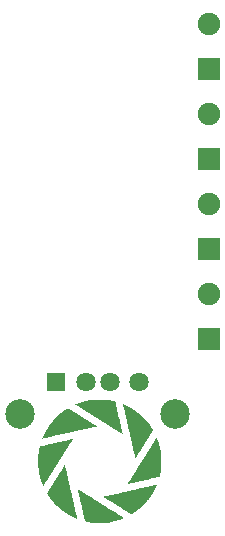
<source format=gbr>
%TF.GenerationSoftware,Altium Limited,Altium NEXUS,2.1.5 (53)*%
G04 Layer_Color=16711935*
%FSLAX44Y44*%
%MOMM*%
%TF.FileFunction,Soldermask,Bot*%
%TF.Part,Single*%
G01*
G75*
%TA.AperFunction,ComponentPad*%
%ADD63C,2.5032*%
%ADD64C,1.6312*%
%ADD65R,1.6312X1.6312*%
%ADD66R,1.9032X1.9032*%
%ADD67C,1.9032*%
G36*
X142135Y111977D02*
X144257D01*
Y111674D01*
X146076D01*
Y111371D01*
X147289D01*
Y111068D01*
X148805D01*
Y110765D01*
X149411D01*
Y110462D01*
Y110158D01*
X149714D01*
Y109855D01*
Y109552D01*
Y109249D01*
Y108946D01*
Y108643D01*
X150018D01*
Y108339D01*
Y108036D01*
Y107733D01*
Y107430D01*
X150321D01*
Y107127D01*
Y106823D01*
Y106520D01*
Y106217D01*
Y105914D01*
X150624D01*
Y105611D01*
Y105308D01*
Y105004D01*
Y104701D01*
X150927D01*
Y104398D01*
Y104095D01*
Y103792D01*
Y103488D01*
X151230D01*
Y103185D01*
Y102882D01*
Y102579D01*
Y102276D01*
Y101973D01*
X151534D01*
Y101669D01*
Y101366D01*
Y101063D01*
Y100760D01*
X151837D01*
Y100457D01*
Y100154D01*
Y99850D01*
Y99547D01*
Y99244D01*
X152140D01*
Y98941D01*
Y98638D01*
Y98334D01*
Y98031D01*
X152443D01*
Y97728D01*
Y97425D01*
Y97122D01*
Y96819D01*
X152746D01*
Y96515D01*
Y96212D01*
Y95909D01*
Y95606D01*
X153049D01*
Y95303D01*
Y94999D01*
Y94696D01*
Y94393D01*
Y94090D01*
X153353D01*
Y93787D01*
Y93483D01*
Y93180D01*
Y92877D01*
X153656D01*
Y92574D01*
Y92271D01*
Y91968D01*
Y91664D01*
X153959D01*
Y91361D01*
Y91058D01*
Y90755D01*
Y90452D01*
Y90149D01*
X154262D01*
Y89845D01*
Y89542D01*
Y89239D01*
Y88936D01*
X154565D01*
Y88633D01*
Y88330D01*
Y88026D01*
Y87723D01*
Y87420D01*
X154868D01*
Y87117D01*
Y86814D01*
Y86510D01*
Y86207D01*
X155172D01*
Y85904D01*
Y85601D01*
Y85298D01*
Y84995D01*
X155475D01*
Y84691D01*
Y84388D01*
Y84085D01*
Y83782D01*
X155778D01*
Y83479D01*
Y83176D01*
X155172D01*
Y83479D01*
X154868D01*
Y83782D01*
X154262D01*
Y84085D01*
X153656D01*
Y84388D01*
X153353D01*
Y84691D01*
X152746D01*
Y84995D01*
X152443D01*
Y85298D01*
X151837D01*
Y85601D01*
X151534D01*
Y85904D01*
X150927D01*
Y86207D01*
X150321D01*
Y86510D01*
X150018D01*
Y86814D01*
X149411D01*
Y87117D01*
X149108D01*
Y87420D01*
X148502D01*
Y87723D01*
X147895D01*
Y88026D01*
X147592D01*
Y88330D01*
X146986D01*
Y88633D01*
X146683D01*
Y88936D01*
X146076D01*
Y89239D01*
X145773D01*
Y89542D01*
X145167D01*
Y89845D01*
X144560D01*
Y90149D01*
X144257D01*
Y90452D01*
X143651D01*
Y90755D01*
X143348D01*
Y91058D01*
X142741D01*
Y91361D01*
X142135D01*
Y91664D01*
X141832D01*
Y91968D01*
X141226D01*
Y92271D01*
X140619D01*
Y92574D01*
X140316D01*
Y92877D01*
X139710D01*
Y93180D01*
X139406D01*
Y93483D01*
X138800D01*
Y93787D01*
X138497D01*
Y94090D01*
X137891D01*
Y94393D01*
X137284D01*
Y94696D01*
X136981D01*
Y94999D01*
X136375D01*
Y95303D01*
X136072D01*
Y95606D01*
X135465D01*
Y95909D01*
X134859D01*
Y96212D01*
X134556D01*
Y96515D01*
X133949D01*
Y96819D01*
X133646D01*
Y97122D01*
X133040D01*
Y97425D01*
X132737D01*
Y97728D01*
X132130D01*
Y98031D01*
X131524D01*
Y98334D01*
X131221D01*
Y98638D01*
X130614D01*
Y98941D01*
X130311D01*
Y99244D01*
X129705D01*
Y99547D01*
X129098D01*
Y99850D01*
X128795D01*
Y100154D01*
X128189D01*
Y100457D01*
X127886D01*
Y100760D01*
X127279D01*
Y101063D01*
X126673D01*
Y101366D01*
X126370D01*
Y101669D01*
X125764D01*
Y101973D01*
X125157D01*
Y102276D01*
X124854D01*
Y102579D01*
X124248D01*
Y102882D01*
X123944D01*
Y103185D01*
X123338D01*
Y103488D01*
X123035D01*
Y103792D01*
X122429D01*
Y104095D01*
X121822D01*
Y104398D01*
X121519D01*
Y104701D01*
X120913D01*
Y105004D01*
X120610D01*
Y105308D01*
X120003D01*
Y105611D01*
X119700D01*
Y105914D01*
X119094D01*
Y106217D01*
X118487D01*
Y106520D01*
X118184D01*
Y106823D01*
X117578D01*
Y107127D01*
X117275D01*
Y107430D01*
X116668D01*
Y107733D01*
X116062D01*
Y108036D01*
X115759D01*
Y108339D01*
X116365D01*
Y108643D01*
X117275D01*
Y108946D01*
X117881D01*
Y109249D01*
X118790D01*
Y109552D01*
X119700D01*
Y109855D01*
X120610D01*
Y110158D01*
X121519D01*
Y110462D01*
X122732D01*
Y110765D01*
X123944D01*
Y111068D01*
X125157D01*
Y111371D01*
X126673D01*
Y111674D01*
X128492D01*
Y111977D01*
X130614D01*
Y112281D01*
X142135D01*
Y111977D01*
D02*
G37*
G36*
X109695Y104701D02*
X110301D01*
Y104398D01*
X110605D01*
Y104095D01*
X111211D01*
Y103792D01*
X111817D01*
Y103488D01*
X112121D01*
Y103185D01*
X112727D01*
Y102882D01*
X113333D01*
Y102579D01*
X113636D01*
Y102276D01*
X114243D01*
Y101973D01*
X114546D01*
Y101669D01*
X115152D01*
Y101366D01*
X115759D01*
Y101063D01*
X116062D01*
Y100760D01*
X116668D01*
Y100457D01*
X116971D01*
Y100154D01*
X117578D01*
Y99850D01*
X117881D01*
Y99547D01*
X118487D01*
Y99244D01*
X119094D01*
Y98941D01*
X119397D01*
Y98638D01*
X120003D01*
Y98334D01*
X120306D01*
Y98031D01*
X120913D01*
Y97728D01*
X121519D01*
Y97425D01*
X121822D01*
Y97122D01*
X122429D01*
Y96819D01*
X123035D01*
Y96515D01*
X123338D01*
Y96212D01*
X123944D01*
Y95909D01*
X124248D01*
Y95606D01*
X124854D01*
Y95303D01*
X125460D01*
Y94999D01*
X125764D01*
Y94696D01*
X126370D01*
Y94393D01*
X126673D01*
Y94090D01*
X127279D01*
Y93787D01*
X127886D01*
Y93483D01*
X128189D01*
Y93180D01*
X128795D01*
Y92877D01*
X129098D01*
Y92574D01*
X129705D01*
Y92271D01*
X130008D01*
Y91968D01*
X130614D01*
Y91664D01*
X131221D01*
Y91361D01*
X131524D01*
Y91058D01*
X132130D01*
Y90755D01*
X132433D01*
Y90452D01*
X133040D01*
Y90149D01*
X133646D01*
Y89845D01*
X133949D01*
Y89542D01*
X132433D01*
Y89239D01*
X131221D01*
Y88936D01*
X129705D01*
Y88633D01*
X128492D01*
Y88330D01*
X126976D01*
Y88026D01*
X126067D01*
Y87723D01*
X124551D01*
Y87420D01*
X123035D01*
Y87117D01*
X121822D01*
Y86814D01*
X120306D01*
Y86510D01*
X119094D01*
Y86207D01*
X117578D01*
Y85904D01*
X116365D01*
Y85601D01*
X114849D01*
Y85298D01*
X113636D01*
Y84995D01*
X112424D01*
Y84691D01*
X110908D01*
Y84388D01*
X109695D01*
Y84085D01*
X108179D01*
Y83782D01*
X106966D01*
Y83479D01*
X105451D01*
Y83176D01*
X104238D01*
Y82872D01*
X102722D01*
Y82569D01*
X101509D01*
Y82266D01*
X99993D01*
Y81963D01*
X98781D01*
Y81660D01*
X97568D01*
Y81356D01*
X96052D01*
Y81053D01*
X94839D01*
Y80750D01*
X93323D01*
Y80447D01*
X92111D01*
Y80144D01*
X90595D01*
Y79841D01*
X89382D01*
Y79537D01*
X88169D01*
Y79234D01*
X87563D01*
Y79537D01*
X87866D01*
Y79841D01*
Y80144D01*
X88169D01*
Y80447D01*
Y80750D01*
Y81053D01*
X88473D01*
Y81356D01*
Y81660D01*
X88776D01*
Y81963D01*
Y82266D01*
X89079D01*
Y82569D01*
Y82872D01*
X89382D01*
Y83176D01*
Y83479D01*
X89685D01*
Y83782D01*
Y84085D01*
X89989D01*
Y84388D01*
Y84691D01*
X90292D01*
Y84995D01*
Y85298D01*
X90595D01*
Y85601D01*
Y85904D01*
X90898D01*
Y86207D01*
Y86510D01*
X91201D01*
Y86814D01*
X91504D01*
Y87117D01*
Y87420D01*
X91808D01*
Y87723D01*
X92111D01*
Y88026D01*
Y88330D01*
X92414D01*
Y88633D01*
Y88936D01*
X92717D01*
Y89239D01*
X93020D01*
Y89542D01*
Y89845D01*
X93323D01*
Y90149D01*
X93627D01*
Y90452D01*
X93930D01*
Y90755D01*
Y91058D01*
X94233D01*
Y91361D01*
X94536D01*
Y91664D01*
X94839D01*
Y91968D01*
Y92271D01*
X95143D01*
Y92574D01*
X95446D01*
Y92877D01*
X95749D01*
Y93180D01*
Y93483D01*
X96052D01*
Y93787D01*
X96355D01*
Y94090D01*
X96658D01*
Y94393D01*
X96962D01*
Y94696D01*
X97265D01*
Y94999D01*
X97568D01*
Y95303D01*
X97871D01*
Y95606D01*
Y95909D01*
X98174D01*
Y96212D01*
X98477D01*
Y96515D01*
X98781D01*
Y96819D01*
X99084D01*
Y97122D01*
X99387D01*
Y97425D01*
X99690D01*
Y97728D01*
X99993D01*
Y98031D01*
X100296D01*
Y98334D01*
X100600D01*
Y98638D01*
X101206D01*
Y98941D01*
X101509D01*
Y99244D01*
X101812D01*
Y99547D01*
X102116D01*
Y99850D01*
X102419D01*
Y100154D01*
X102722D01*
Y100457D01*
X103025D01*
Y100760D01*
X103631D01*
Y101063D01*
X103935D01*
Y101366D01*
X104238D01*
Y101669D01*
X104844D01*
Y101973D01*
X105147D01*
Y102276D01*
X105451D01*
Y102579D01*
X106057D01*
Y102882D01*
X106360D01*
Y103185D01*
X106663D01*
Y103488D01*
X107270D01*
Y103792D01*
X107876D01*
Y104095D01*
X108179D01*
Y104398D01*
X108785D01*
Y104701D01*
X109089D01*
Y105004D01*
X109695D01*
Y104701D01*
D02*
G37*
G36*
X156384Y108339D02*
X156991D01*
Y108036D01*
X157597D01*
Y107733D01*
X158203D01*
Y107430D01*
X158810D01*
Y107127D01*
X159416D01*
Y106823D01*
X160023D01*
Y106520D01*
X160629D01*
Y106217D01*
X161235D01*
Y105914D01*
X161842D01*
Y105611D01*
X162448D01*
Y105308D01*
X162751D01*
Y105004D01*
X163358D01*
Y104701D01*
X163964D01*
Y104398D01*
X164267D01*
Y104095D01*
X164873D01*
Y103792D01*
X165177D01*
Y103488D01*
X165783D01*
Y103185D01*
X166086D01*
Y102882D01*
X166692D01*
Y102579D01*
X166996D01*
Y102276D01*
X167602D01*
Y101973D01*
X167905D01*
Y101669D01*
X168208D01*
Y101366D01*
X168815D01*
Y101063D01*
X169118D01*
Y100760D01*
X169421D01*
Y100457D01*
X169724D01*
Y100154D01*
X170331D01*
Y99850D01*
X170634D01*
Y99547D01*
X170937D01*
Y99244D01*
X171240D01*
Y98941D01*
X171543D01*
Y98638D01*
X171846D01*
Y98334D01*
X172150D01*
Y98031D01*
X172453D01*
Y97728D01*
X172756D01*
Y97425D01*
X173059D01*
Y97122D01*
X173362D01*
Y96819D01*
X173666D01*
Y96515D01*
X173969D01*
Y96212D01*
X174272D01*
Y95909D01*
X174575D01*
Y95606D01*
X174878D01*
Y95303D01*
X175181D01*
Y94999D01*
X175485D01*
Y94696D01*
X175788D01*
Y94393D01*
X176091D01*
Y94090D01*
X176394D01*
Y93787D01*
Y93483D01*
X176697D01*
Y93180D01*
X177000D01*
Y92877D01*
X177304D01*
Y92574D01*
X177607D01*
Y92271D01*
Y91968D01*
X177910D01*
Y91664D01*
X178213D01*
Y91361D01*
X178516D01*
Y91058D01*
Y90755D01*
X178820D01*
Y90452D01*
X179123D01*
Y90149D01*
Y89845D01*
X179426D01*
Y89542D01*
X179729D01*
Y89239D01*
X180032D01*
Y88936D01*
Y88633D01*
X180335D01*
Y88330D01*
Y88026D01*
X180639D01*
Y87723D01*
X180942D01*
Y87420D01*
Y87117D01*
X181245D01*
Y86814D01*
X181548D01*
Y86510D01*
Y86207D01*
X181245D01*
Y85904D01*
X180942D01*
Y85601D01*
Y85298D01*
X180639D01*
Y84995D01*
X180335D01*
Y84691D01*
Y84388D01*
X180032D01*
Y84085D01*
Y83782D01*
X179729D01*
Y83479D01*
X179426D01*
Y83176D01*
Y82872D01*
X179123D01*
Y82569D01*
X178820D01*
Y82266D01*
Y81963D01*
X178516D01*
Y81660D01*
Y81356D01*
X178213D01*
Y81053D01*
X177910D01*
Y80750D01*
Y80447D01*
X177607D01*
Y80144D01*
X177304D01*
Y79841D01*
Y79537D01*
X177000D01*
Y79234D01*
Y78931D01*
X176697D01*
Y78628D01*
X176394D01*
Y78325D01*
Y78022D01*
X176091D01*
Y77718D01*
X175788D01*
Y77415D01*
Y77112D01*
X175485D01*
Y76809D01*
Y76506D01*
X175181D01*
Y76203D01*
X174878D01*
Y75899D01*
Y75596D01*
X174575D01*
Y75293D01*
X174272D01*
Y74990D01*
Y74687D01*
X173969D01*
Y74383D01*
X173666D01*
Y74080D01*
Y73777D01*
X173362D01*
Y73474D01*
Y73171D01*
X173059D01*
Y72867D01*
X172756D01*
Y72564D01*
Y72261D01*
X172453D01*
Y71958D01*
X172150D01*
Y71655D01*
Y71352D01*
X171846D01*
Y71048D01*
Y70745D01*
X171543D01*
Y70442D01*
X171240D01*
Y70139D01*
Y69836D01*
X170937D01*
Y69533D01*
Y69229D01*
X170634D01*
Y68926D01*
X170331D01*
Y68623D01*
Y68320D01*
X170027D01*
Y68017D01*
X169724D01*
Y67713D01*
Y67410D01*
X169421D01*
Y67107D01*
Y66804D01*
X169118D01*
Y66501D01*
X168815D01*
Y66198D01*
Y65894D01*
X168511D01*
Y65591D01*
X168208D01*
Y65288D01*
Y64985D01*
X167905D01*
Y64682D01*
X167602D01*
Y64378D01*
Y64075D01*
X167299D01*
Y63772D01*
Y63469D01*
X166996D01*
Y63166D01*
X166692D01*
Y62863D01*
Y62559D01*
X166389D01*
Y62863D01*
Y63166D01*
Y63469D01*
Y63772D01*
X166086D01*
Y64075D01*
Y64378D01*
Y64682D01*
Y64985D01*
X165783D01*
Y65288D01*
Y65591D01*
Y65894D01*
Y66198D01*
Y66501D01*
X165480D01*
Y66804D01*
Y67107D01*
Y67410D01*
Y67713D01*
X165177D01*
Y68017D01*
Y68320D01*
Y68623D01*
Y68926D01*
Y69229D01*
X164873D01*
Y69533D01*
Y69836D01*
Y70139D01*
Y70442D01*
X164570D01*
Y70745D01*
Y71048D01*
Y71352D01*
Y71655D01*
X164267D01*
Y71958D01*
Y72261D01*
Y72564D01*
Y72867D01*
X163964D01*
Y73171D01*
Y73474D01*
Y73777D01*
Y74080D01*
Y74383D01*
X163661D01*
Y74687D01*
Y74990D01*
Y75293D01*
Y75596D01*
Y75899D01*
X163358D01*
Y76203D01*
Y76506D01*
Y76809D01*
Y77112D01*
X163054D01*
Y77415D01*
Y77718D01*
Y78022D01*
Y78325D01*
X162751D01*
Y78628D01*
Y78931D01*
Y79234D01*
Y79537D01*
X162448D01*
Y79841D01*
Y80144D01*
Y80447D01*
Y80750D01*
Y81053D01*
X162145D01*
Y81356D01*
Y81660D01*
Y81963D01*
Y82266D01*
X161842D01*
Y82569D01*
Y82872D01*
Y83176D01*
Y83479D01*
Y83782D01*
X161538D01*
Y84085D01*
Y84388D01*
Y84691D01*
Y84995D01*
X161235D01*
Y85298D01*
Y85601D01*
Y85904D01*
Y86207D01*
X160932D01*
Y86510D01*
Y86814D01*
Y87117D01*
Y87420D01*
Y87723D01*
X160629D01*
Y88026D01*
Y88330D01*
Y88633D01*
Y88936D01*
X160326D01*
Y89239D01*
Y89542D01*
Y89845D01*
Y90149D01*
Y90452D01*
X160023D01*
Y90755D01*
Y91058D01*
Y91361D01*
Y91664D01*
X159719D01*
Y91968D01*
Y92271D01*
Y92574D01*
Y92877D01*
X159416D01*
Y93180D01*
Y93483D01*
Y93787D01*
Y94090D01*
X159113D01*
Y94393D01*
Y94696D01*
Y94999D01*
Y95303D01*
Y95606D01*
X158810D01*
Y95909D01*
Y96212D01*
Y96515D01*
Y96819D01*
X158507D01*
Y97122D01*
Y97425D01*
Y97728D01*
Y98031D01*
Y98334D01*
X158203D01*
Y98638D01*
Y98941D01*
Y99244D01*
Y99547D01*
X157900D01*
Y99850D01*
Y100154D01*
Y100457D01*
Y100760D01*
X157597D01*
Y101063D01*
Y101366D01*
Y101669D01*
Y101973D01*
Y102276D01*
X157294D01*
Y102579D01*
Y102882D01*
Y103185D01*
Y103488D01*
X156991D01*
Y103792D01*
Y104095D01*
Y104398D01*
Y104701D01*
Y105004D01*
X156687D01*
Y105308D01*
Y105611D01*
Y105914D01*
Y106217D01*
X156384D01*
Y106520D01*
Y106823D01*
Y107127D01*
Y107430D01*
X156081D01*
Y107733D01*
Y108036D01*
Y108339D01*
Y108643D01*
X156384D01*
Y108339D01*
D02*
G37*
G36*
X184883Y79841D02*
Y79537D01*
Y79234D01*
X185186D01*
Y78931D01*
Y78628D01*
Y78325D01*
X185489D01*
Y78022D01*
Y77718D01*
X185793D01*
Y77415D01*
Y77112D01*
Y76809D01*
X186096D01*
Y76506D01*
Y76203D01*
Y75899D01*
Y75596D01*
X186399D01*
Y75293D01*
Y74990D01*
Y74687D01*
X186702D01*
Y74383D01*
Y74080D01*
Y73777D01*
Y73474D01*
X187005D01*
Y73171D01*
Y72867D01*
Y72564D01*
X187309D01*
Y72261D01*
Y71958D01*
Y71655D01*
Y71352D01*
Y71048D01*
X187612D01*
Y70745D01*
Y70442D01*
Y70139D01*
Y69836D01*
X187915D01*
Y69533D01*
Y69229D01*
Y68926D01*
Y68623D01*
Y68320D01*
Y68017D01*
Y67713D01*
X188218D01*
Y67410D01*
Y67107D01*
Y66804D01*
Y66501D01*
Y66198D01*
Y65894D01*
Y65591D01*
X188521D01*
Y65288D01*
Y64985D01*
Y64682D01*
Y64378D01*
Y64075D01*
Y63772D01*
Y63469D01*
Y63166D01*
Y62863D01*
Y62559D01*
Y62256D01*
Y61953D01*
Y61650D01*
Y61347D01*
Y61044D01*
Y60740D01*
Y60437D01*
Y60134D01*
Y59831D01*
Y59528D01*
Y59225D01*
Y58921D01*
Y58618D01*
Y58315D01*
Y58012D01*
Y57709D01*
Y57405D01*
Y57102D01*
Y56799D01*
Y56496D01*
Y56193D01*
Y55890D01*
Y55586D01*
Y55283D01*
Y54980D01*
Y54677D01*
Y54374D01*
X188218D01*
Y54071D01*
Y53767D01*
Y53464D01*
Y53161D01*
Y52858D01*
Y52555D01*
Y52251D01*
X187915D01*
Y51948D01*
Y51645D01*
Y51342D01*
Y51039D01*
Y50736D01*
Y50432D01*
X187612D01*
Y50129D01*
Y49826D01*
Y49523D01*
Y49220D01*
Y48917D01*
X187309D01*
Y48613D01*
Y48310D01*
Y48007D01*
Y47704D01*
X187005D01*
Y47401D01*
Y47098D01*
Y46794D01*
X185489D01*
Y46491D01*
X183974D01*
Y46188D01*
X182761D01*
Y45885D01*
X181245D01*
Y45582D01*
X180032D01*
Y45278D01*
X178820D01*
Y44975D01*
X177607D01*
Y44672D01*
X176091D01*
Y44369D01*
X174878D01*
Y44066D01*
X173666D01*
Y43762D01*
X172150D01*
Y43459D01*
X170937D01*
Y43156D01*
X169421D01*
Y42853D01*
X168208D01*
Y42550D01*
X166996D01*
Y42247D01*
X165783D01*
Y41943D01*
X164267D01*
Y41640D01*
X163054D01*
Y41337D01*
X161538D01*
Y41034D01*
X160326D01*
Y40731D01*
X159719D01*
Y41034D01*
X160023D01*
Y41337D01*
X160326D01*
Y41640D01*
Y41943D01*
X160629D01*
Y42247D01*
X160932D01*
Y42550D01*
Y42853D01*
X161235D01*
Y43156D01*
X161538D01*
Y43459D01*
Y43762D01*
X161842D01*
Y44066D01*
Y44369D01*
X162145D01*
Y44672D01*
X162448D01*
Y44975D01*
Y45278D01*
X162751D01*
Y45582D01*
X163054D01*
Y45885D01*
Y46188D01*
X163358D01*
Y46491D01*
X163661D01*
Y46794D01*
Y47098D01*
X163964D01*
Y47401D01*
Y47704D01*
X164267D01*
Y48007D01*
X164570D01*
Y48310D01*
Y48613D01*
X164873D01*
Y48917D01*
X165177D01*
Y49220D01*
Y49523D01*
X165480D01*
Y49826D01*
Y50129D01*
X165783D01*
Y50432D01*
X166086D01*
Y50736D01*
Y51039D01*
X166389D01*
Y51342D01*
X166692D01*
Y51645D01*
Y51948D01*
X166996D01*
Y52251D01*
Y52555D01*
X167299D01*
Y52858D01*
X167602D01*
Y53161D01*
Y53464D01*
X167905D01*
Y53767D01*
X168208D01*
Y54071D01*
Y54374D01*
X168511D01*
Y54677D01*
Y54980D01*
X168815D01*
Y55283D01*
X169118D01*
Y55586D01*
Y55890D01*
X169421D01*
Y56193D01*
X169724D01*
Y56496D01*
Y56799D01*
X170027D01*
Y57102D01*
Y57405D01*
X170331D01*
Y57709D01*
X170634D01*
Y58012D01*
Y58315D01*
X170937D01*
Y58618D01*
X171240D01*
Y58921D01*
Y59225D01*
X171543D01*
Y59528D01*
Y59831D01*
X171846D01*
Y60134D01*
X172150D01*
Y60437D01*
Y60740D01*
X172453D01*
Y61044D01*
X172756D01*
Y61347D01*
Y61650D01*
X173059D01*
Y61953D01*
X173362D01*
Y62256D01*
Y62559D01*
X173666D01*
Y62863D01*
Y63166D01*
X173969D01*
Y63469D01*
X174272D01*
Y63772D01*
Y64075D01*
X174575D01*
Y64378D01*
X174878D01*
Y64682D01*
Y64985D01*
X175181D01*
Y65288D01*
Y65591D01*
X175485D01*
Y65894D01*
X175788D01*
Y66198D01*
Y66501D01*
X176091D01*
Y66804D01*
X176394D01*
Y67107D01*
Y67410D01*
X176697D01*
Y67713D01*
Y68017D01*
X177000D01*
Y68320D01*
X177304D01*
Y68623D01*
Y68926D01*
X177607D01*
Y69229D01*
X177910D01*
Y69533D01*
Y69836D01*
X178213D01*
Y70139D01*
Y70442D01*
X178516D01*
Y70745D01*
X178820D01*
Y71048D01*
Y71352D01*
X179123D01*
Y71655D01*
X179426D01*
Y71958D01*
Y72261D01*
X179729D01*
Y72564D01*
Y72867D01*
X180032D01*
Y73171D01*
X180335D01*
Y73474D01*
Y73777D01*
X180639D01*
Y74080D01*
X180942D01*
Y74383D01*
Y74687D01*
X181245D01*
Y74990D01*
X181548D01*
Y75293D01*
Y75596D01*
X181851D01*
Y75899D01*
Y76203D01*
X182154D01*
Y76506D01*
X182458D01*
Y76809D01*
Y77112D01*
X182761D01*
Y77415D01*
X183064D01*
Y77718D01*
Y78022D01*
X183367D01*
Y78325D01*
Y78628D01*
X183670D01*
Y78931D01*
X183974D01*
Y79234D01*
Y79537D01*
X184277D01*
Y79841D01*
Y80144D01*
X184883D01*
Y79841D01*
D02*
G37*
G36*
X113636Y78931D02*
Y78628D01*
X113333D01*
Y78325D01*
X113030D01*
Y78022D01*
Y77718D01*
X112727D01*
Y77415D01*
X112424D01*
Y77112D01*
Y76809D01*
X112121D01*
Y76506D01*
Y76203D01*
X111817D01*
Y75899D01*
X111514D01*
Y75596D01*
Y75293D01*
X111211D01*
Y74990D01*
X110908D01*
Y74687D01*
Y74383D01*
X110605D01*
Y74080D01*
X110301D01*
Y73777D01*
Y73474D01*
X109998D01*
Y73171D01*
Y72867D01*
X109695D01*
Y72564D01*
X109392D01*
Y72261D01*
Y71958D01*
X109089D01*
Y71655D01*
X108785D01*
Y71352D01*
Y71048D01*
X108482D01*
Y70745D01*
Y70442D01*
X108179D01*
Y70139D01*
X107876D01*
Y69836D01*
Y69533D01*
X107573D01*
Y69229D01*
X107270D01*
Y68926D01*
Y68623D01*
X106966D01*
Y68320D01*
Y68017D01*
X106663D01*
Y67713D01*
X106360D01*
Y67410D01*
Y67107D01*
X106057D01*
Y66804D01*
X105754D01*
Y66501D01*
Y66198D01*
X105451D01*
Y65894D01*
Y65591D01*
X105147D01*
Y65288D01*
X104844D01*
Y64985D01*
Y64682D01*
X104541D01*
Y64378D01*
X104238D01*
Y64075D01*
Y63772D01*
X103935D01*
Y63469D01*
X103631D01*
Y63166D01*
Y62863D01*
X103328D01*
Y62559D01*
Y62256D01*
X103025D01*
Y61953D01*
X102722D01*
Y61650D01*
Y61347D01*
X102419D01*
Y61044D01*
X102116D01*
Y60740D01*
Y60437D01*
X101812D01*
Y60134D01*
X101509D01*
Y59831D01*
Y59528D01*
X101206D01*
Y59225D01*
Y58921D01*
X100903D01*
Y58618D01*
X100600D01*
Y58315D01*
Y58012D01*
X100296D01*
Y57709D01*
X99993D01*
Y57405D01*
Y57102D01*
X99690D01*
Y56799D01*
X99387D01*
Y56496D01*
Y56193D01*
X99084D01*
Y55890D01*
Y55586D01*
X98781D01*
Y55283D01*
X98477D01*
Y54980D01*
Y54677D01*
X98174D01*
Y54374D01*
X97871D01*
Y54071D01*
Y53767D01*
X97568D01*
Y53464D01*
X97265D01*
Y53161D01*
Y52858D01*
X96962D01*
Y52555D01*
Y52251D01*
X96658D01*
Y51948D01*
X96355D01*
Y51645D01*
Y51342D01*
X96052D01*
Y51039D01*
Y50736D01*
X95749D01*
Y50432D01*
X95446D01*
Y50129D01*
Y49826D01*
X95143D01*
Y49523D01*
X94839D01*
Y49220D01*
Y48917D01*
X94536D01*
Y48613D01*
X94233D01*
Y48310D01*
Y48007D01*
X93930D01*
Y47704D01*
Y47401D01*
X93627D01*
Y47098D01*
X93323D01*
Y46794D01*
Y46491D01*
X93020D01*
Y46188D01*
X92717D01*
Y45885D01*
Y45582D01*
X92414D01*
Y45278D01*
Y44975D01*
X92111D01*
Y44672D01*
X91808D01*
Y44369D01*
Y44066D01*
X91504D01*
Y43762D01*
X91201D01*
Y43459D01*
Y43156D01*
X90898D01*
Y42853D01*
X90595D01*
Y42550D01*
Y42247D01*
X90292D01*
Y41943D01*
Y41640D01*
X89989D01*
Y41337D01*
X89685D01*
Y41034D01*
Y40731D01*
X89382D01*
Y40428D01*
X89079D01*
Y40124D01*
Y39821D01*
X88776D01*
Y39518D01*
X88473D01*
Y39215D01*
X88169D01*
Y39518D01*
Y39821D01*
X87866D01*
Y40124D01*
Y40428D01*
Y40731D01*
X87563D01*
Y41034D01*
Y41337D01*
X87260D01*
Y41640D01*
Y41943D01*
Y42247D01*
X86957D01*
Y42550D01*
Y42853D01*
Y43156D01*
X86654D01*
Y43459D01*
Y43762D01*
Y44066D01*
X86350D01*
Y44369D01*
Y44672D01*
Y44975D01*
X86047D01*
Y45278D01*
Y45582D01*
Y45885D01*
Y46188D01*
X85744D01*
Y46491D01*
Y46794D01*
Y47098D01*
X85441D01*
Y47401D01*
Y47704D01*
Y48007D01*
Y48310D01*
Y48613D01*
X85138D01*
Y48917D01*
Y49220D01*
Y49523D01*
Y49826D01*
X84834D01*
Y50129D01*
Y50432D01*
Y50736D01*
Y51039D01*
Y51342D01*
Y51645D01*
X84531D01*
Y51948D01*
Y52251D01*
Y52555D01*
Y52858D01*
Y53161D01*
Y53464D01*
Y53767D01*
Y54071D01*
X84228D01*
Y54374D01*
Y54677D01*
Y54980D01*
Y55283D01*
Y55586D01*
Y55890D01*
Y56193D01*
Y56496D01*
Y56799D01*
Y57102D01*
X83925D01*
Y57405D01*
Y57709D01*
Y58012D01*
Y58315D01*
Y58618D01*
Y58921D01*
Y59225D01*
Y59528D01*
Y59831D01*
Y60134D01*
Y60437D01*
Y60740D01*
Y61044D01*
Y61347D01*
Y61650D01*
Y61953D01*
Y62256D01*
Y62559D01*
Y62863D01*
Y63166D01*
X84228D01*
Y63469D01*
Y63772D01*
Y64075D01*
Y64378D01*
Y64682D01*
Y64985D01*
Y65288D01*
Y65591D01*
Y65894D01*
Y66198D01*
X84531D01*
Y66501D01*
Y66804D01*
Y67107D01*
Y67410D01*
Y67713D01*
Y68017D01*
Y68320D01*
Y68623D01*
X84834D01*
Y68926D01*
Y69229D01*
Y69533D01*
Y69836D01*
Y70139D01*
Y70442D01*
X85138D01*
Y70745D01*
Y71048D01*
Y71352D01*
Y71655D01*
X85441D01*
Y71958D01*
Y72261D01*
Y72564D01*
Y72867D01*
X86957D01*
Y73171D01*
X88169D01*
Y73474D01*
X89685D01*
Y73777D01*
X90898D01*
Y74080D01*
X92414D01*
Y74383D01*
X93627D01*
Y74687D01*
X94839D01*
Y74990D01*
X96355D01*
Y75293D01*
X97568D01*
Y75596D01*
X99084D01*
Y75899D01*
X99993D01*
Y76203D01*
X101509D01*
Y76506D01*
X102722D01*
Y76809D01*
X104238D01*
Y77112D01*
X105451D01*
Y77415D01*
X106663D01*
Y77718D01*
X108179D01*
Y78022D01*
X109392D01*
Y78325D01*
X110908D01*
Y78628D01*
X112121D01*
Y78931D01*
X113333D01*
Y79234D01*
X113636D01*
Y78931D01*
D02*
G37*
G36*
X184883Y40124D02*
X184580D01*
Y39821D01*
Y39518D01*
X184277D01*
Y39215D01*
Y38912D01*
X183974D01*
Y38609D01*
Y38305D01*
Y38002D01*
X183670D01*
Y37699D01*
Y37396D01*
X183367D01*
Y37093D01*
Y36789D01*
X183064D01*
Y36486D01*
Y36183D01*
X182761D01*
Y35880D01*
Y35577D01*
X182458D01*
Y35273D01*
Y34970D01*
X182154D01*
Y34667D01*
X181851D01*
Y34364D01*
Y34061D01*
X181548D01*
Y33758D01*
Y33454D01*
X181245D01*
Y33151D01*
Y32848D01*
X180942D01*
Y32545D01*
X180639D01*
Y32242D01*
Y31939D01*
X180335D01*
Y31635D01*
X180032D01*
Y31332D01*
Y31029D01*
X179729D01*
Y30726D01*
X179426D01*
Y30423D01*
Y30120D01*
X179123D01*
Y29816D01*
X178820D01*
Y29513D01*
Y29210D01*
X178516D01*
Y28907D01*
X178213D01*
Y28604D01*
X177910D01*
Y28300D01*
Y27997D01*
X177607D01*
Y27694D01*
X177304D01*
Y27391D01*
X177000D01*
Y27088D01*
X176697D01*
Y26785D01*
Y26481D01*
X176394D01*
Y26178D01*
X176091D01*
Y25875D01*
X175788D01*
Y25572D01*
X175485D01*
Y25269D01*
X175181D01*
Y24966D01*
X174878D01*
Y24662D01*
Y24359D01*
X174272D01*
Y24056D01*
Y23753D01*
X173969D01*
Y23450D01*
X173666D01*
Y23146D01*
X173362D01*
Y22843D01*
X173059D01*
Y22540D01*
X172756D01*
Y22237D01*
X172453D01*
Y21934D01*
X172150D01*
Y21630D01*
X171543D01*
Y21327D01*
X171240D01*
Y21024D01*
X170937D01*
Y20721D01*
X170634D01*
Y20418D01*
X170331D01*
Y20115D01*
X170027D01*
Y19812D01*
X169724D01*
Y19508D01*
X169118D01*
Y19205D01*
X168815D01*
Y18902D01*
X168511D01*
Y18599D01*
X167905D01*
Y18296D01*
X167602D01*
Y17992D01*
X167299D01*
Y17689D01*
X166692D01*
Y17386D01*
X166389D01*
Y17083D01*
X166086D01*
Y16780D01*
X165480D01*
Y16477D01*
X165177D01*
Y16173D01*
X164570D01*
Y15870D01*
X163964D01*
Y15567D01*
X163661D01*
Y15264D01*
X162751D01*
Y15567D01*
X162145D01*
Y15870D01*
X161842D01*
Y16173D01*
X161235D01*
Y16477D01*
X160629D01*
Y16780D01*
X160326D01*
Y17083D01*
X159719D01*
Y17386D01*
X159416D01*
Y17689D01*
X158810D01*
Y17992D01*
X158203D01*
Y18296D01*
X157900D01*
Y18599D01*
X157294D01*
Y18902D01*
X156991D01*
Y19205D01*
X156384D01*
Y19508D01*
X155778D01*
Y19812D01*
X155475D01*
Y20115D01*
X154868D01*
Y20418D01*
X154565D01*
Y20721D01*
X153959D01*
Y21024D01*
X153656D01*
Y21327D01*
X153049D01*
Y21630D01*
X152443D01*
Y21934D01*
X152140D01*
Y22237D01*
X151534D01*
Y22540D01*
X150927D01*
Y22843D01*
X150624D01*
Y23146D01*
X150018D01*
Y23450D01*
X149714D01*
Y23753D01*
X149108D01*
Y24056D01*
X148502D01*
Y24359D01*
X148199D01*
Y24662D01*
X147592D01*
Y24966D01*
X147289D01*
Y25269D01*
X146683D01*
Y25572D01*
X146076D01*
Y25875D01*
X145773D01*
Y26178D01*
X145167D01*
Y26481D01*
X144864D01*
Y26785D01*
X144257D01*
Y27088D01*
X143651D01*
Y27391D01*
X143348D01*
Y27694D01*
X142741D01*
Y27997D01*
X142438D01*
Y28300D01*
X141832D01*
Y28604D01*
X141529D01*
Y28907D01*
X140922D01*
Y29210D01*
X140316D01*
Y29513D01*
X140013D01*
Y29816D01*
X139406D01*
Y30120D01*
X140316D01*
Y30423D01*
X141832D01*
Y30726D01*
X143348D01*
Y31029D01*
X144560D01*
Y31332D01*
X145773D01*
Y31635D01*
X146986D01*
Y31939D01*
X148502D01*
Y32242D01*
X149714D01*
Y32545D01*
X151230D01*
Y32848D01*
X152443D01*
Y33151D01*
X153656D01*
Y33454D01*
X155172D01*
Y33758D01*
X156384D01*
Y34061D01*
X157900D01*
Y34364D01*
X159113D01*
Y34667D01*
X160326D01*
Y34970D01*
X161538D01*
Y35273D01*
X163054D01*
Y35577D01*
X164267D01*
Y35880D01*
X165783D01*
Y36183D01*
X166996D01*
Y36486D01*
X168208D01*
Y36789D01*
X169724D01*
Y37093D01*
X170937D01*
Y37396D01*
X172453D01*
Y37699D01*
X173666D01*
Y38002D01*
X174878D01*
Y38305D01*
X176091D01*
Y38609D01*
X177607D01*
Y38912D01*
X179123D01*
Y39215D01*
X180335D01*
Y39518D01*
X181548D01*
Y39821D01*
X182761D01*
Y40124D01*
X184277D01*
Y40428D01*
X184883D01*
Y40124D01*
D02*
G37*
G36*
X106966Y56799D02*
Y56496D01*
Y56193D01*
Y55890D01*
X107270D01*
Y55586D01*
Y55283D01*
Y54980D01*
Y54677D01*
X107573D01*
Y54374D01*
Y54071D01*
Y53767D01*
Y53464D01*
Y53161D01*
X107876D01*
Y52858D01*
Y52555D01*
Y52251D01*
Y51948D01*
X108179D01*
Y51645D01*
Y51342D01*
Y51039D01*
Y50736D01*
Y50432D01*
X108482D01*
Y50129D01*
Y49826D01*
Y49523D01*
Y49220D01*
X108785D01*
Y48917D01*
Y48613D01*
Y48310D01*
Y48007D01*
X109089D01*
Y47704D01*
Y47401D01*
Y47098D01*
Y46794D01*
X109392D01*
Y46491D01*
Y46188D01*
Y45885D01*
Y45582D01*
Y45278D01*
X109695D01*
Y44975D01*
Y44672D01*
Y44369D01*
Y44066D01*
Y43762D01*
X109998D01*
Y43459D01*
Y43156D01*
Y42853D01*
Y42550D01*
X110301D01*
Y42247D01*
Y41943D01*
Y41640D01*
Y41337D01*
X110605D01*
Y41034D01*
Y40731D01*
Y40428D01*
Y40124D01*
X110908D01*
Y39821D01*
Y39518D01*
Y39215D01*
Y38912D01*
Y38609D01*
X111211D01*
Y38305D01*
Y38002D01*
Y37699D01*
Y37396D01*
X111514D01*
Y37093D01*
Y36789D01*
Y36486D01*
Y36183D01*
Y35880D01*
X111817D01*
Y35577D01*
Y35273D01*
Y34970D01*
Y34667D01*
X112121D01*
Y34364D01*
Y34061D01*
Y33758D01*
Y33454D01*
X112424D01*
Y33151D01*
Y32848D01*
Y32545D01*
Y32242D01*
Y31939D01*
X112727D01*
Y31635D01*
Y31332D01*
Y31029D01*
Y30726D01*
X113030D01*
Y30423D01*
Y30120D01*
Y29816D01*
Y29513D01*
Y29210D01*
X113333D01*
Y28907D01*
Y28604D01*
Y28300D01*
Y27997D01*
X113636D01*
Y27694D01*
Y27391D01*
Y27088D01*
Y26785D01*
X113940D01*
Y26481D01*
Y26178D01*
Y25875D01*
Y25572D01*
X114243D01*
Y25269D01*
Y24966D01*
Y24662D01*
Y24359D01*
Y24056D01*
X114546D01*
Y23753D01*
Y23450D01*
Y23146D01*
Y22843D01*
X114849D01*
Y22540D01*
Y22237D01*
Y21934D01*
Y21630D01*
Y21327D01*
X115152D01*
Y21024D01*
Y20721D01*
Y20418D01*
Y20115D01*
X115455D01*
Y19812D01*
Y19508D01*
Y19205D01*
Y18902D01*
X115759D01*
Y18599D01*
Y18296D01*
Y17992D01*
Y17689D01*
Y17386D01*
X116062D01*
Y17083D01*
Y16780D01*
Y16477D01*
Y16173D01*
X116365D01*
Y15870D01*
Y15567D01*
Y15264D01*
Y14961D01*
Y14657D01*
X116668D01*
Y14354D01*
Y14051D01*
Y13748D01*
Y13445D01*
X116971D01*
Y13142D01*
Y12838D01*
Y12535D01*
Y12232D01*
X117275D01*
Y11929D01*
Y11626D01*
Y11322D01*
X116971D01*
Y11626D01*
X116062D01*
Y11929D01*
X115455D01*
Y12232D01*
X114849D01*
Y12535D01*
X114243D01*
Y12838D01*
X113636D01*
Y13142D01*
X112727D01*
Y13445D01*
X112424D01*
Y13748D01*
X111817D01*
Y14051D01*
X111211D01*
Y14354D01*
X110605D01*
Y14657D01*
X109998D01*
Y14961D01*
X109695D01*
Y15264D01*
X109089D01*
Y15567D01*
X108482D01*
Y15870D01*
X108179D01*
Y16173D01*
X107573D01*
Y16477D01*
X107270D01*
Y16780D01*
X106663D01*
Y17083D01*
X106360D01*
Y17386D01*
X105754D01*
Y17689D01*
X105451D01*
Y17992D01*
X105147D01*
Y18296D01*
X104541D01*
Y18599D01*
X104238D01*
Y18902D01*
X103935D01*
Y19205D01*
X103328D01*
Y19508D01*
X103025D01*
Y19812D01*
X102722D01*
Y20115D01*
X102419D01*
Y20418D01*
X102116D01*
Y20721D01*
X101509D01*
Y21024D01*
X101206D01*
Y21327D01*
X100903D01*
Y21630D01*
X100600D01*
Y21934D01*
X100296D01*
Y22237D01*
X99993D01*
Y22540D01*
X99690D01*
Y22843D01*
X99387D01*
Y23146D01*
X99084D01*
Y23450D01*
X98781D01*
Y23753D01*
X98477D01*
Y24056D01*
X98174D01*
Y24359D01*
X97871D01*
Y24662D01*
X97568D01*
Y24966D01*
X97265D01*
Y25269D01*
X96962D01*
Y25572D01*
Y25875D01*
X96658D01*
Y26178D01*
X96355D01*
Y26481D01*
X96052D01*
Y26785D01*
X95749D01*
Y27088D01*
X95446D01*
Y27391D01*
Y27694D01*
X95143D01*
Y27997D01*
X94839D01*
Y28300D01*
X94536D01*
Y28604D01*
X94233D01*
Y28907D01*
Y29210D01*
X93930D01*
Y29513D01*
X93627D01*
Y29816D01*
Y30120D01*
X93323D01*
Y30423D01*
X93020D01*
Y30726D01*
Y31029D01*
X92717D01*
Y31332D01*
X92414D01*
Y31635D01*
Y31939D01*
X92111D01*
Y32242D01*
X91808D01*
Y32545D01*
Y32848D01*
Y33151D01*
Y33454D01*
X92111D01*
Y33758D01*
Y34061D01*
X92414D01*
Y34364D01*
X92717D01*
Y34667D01*
Y34970D01*
X93020D01*
Y35273D01*
X93323D01*
Y35577D01*
Y35880D01*
X93627D01*
Y36183D01*
Y36486D01*
X93930D01*
Y36789D01*
X94233D01*
Y37093D01*
Y37396D01*
X94536D01*
Y37699D01*
X94839D01*
Y38002D01*
Y38305D01*
X95143D01*
Y38609D01*
X95446D01*
Y38912D01*
Y39215D01*
X95749D01*
Y39518D01*
Y39821D01*
X96052D01*
Y40124D01*
X96355D01*
Y40428D01*
Y40731D01*
X96658D01*
Y41034D01*
X96962D01*
Y41337D01*
Y41640D01*
X97265D01*
Y41943D01*
Y42247D01*
X97568D01*
Y42550D01*
X97871D01*
Y42853D01*
Y43156D01*
X98174D01*
Y43459D01*
X98477D01*
Y43762D01*
Y44066D01*
X98781D01*
Y44369D01*
Y44672D01*
X99084D01*
Y44975D01*
X99387D01*
Y45278D01*
Y45582D01*
X99690D01*
Y45885D01*
Y46188D01*
X99993D01*
Y46491D01*
X100296D01*
Y46794D01*
Y47098D01*
X100600D01*
Y47401D01*
X100903D01*
Y47704D01*
Y48007D01*
X101206D01*
Y48310D01*
X101509D01*
Y48613D01*
Y48917D01*
X101812D01*
Y49220D01*
Y49523D01*
X102116D01*
Y49826D01*
X102419D01*
Y50129D01*
Y50432D01*
X102722D01*
Y50736D01*
X103025D01*
Y51039D01*
Y51342D01*
X103328D01*
Y51645D01*
Y51948D01*
X103631D01*
Y52251D01*
X103935D01*
Y52555D01*
Y52858D01*
X104238D01*
Y53161D01*
X104541D01*
Y53464D01*
Y53767D01*
X104844D01*
Y54071D01*
Y54374D01*
X105147D01*
Y54677D01*
X105451D01*
Y54980D01*
Y55283D01*
X105754D01*
Y55586D01*
X106057D01*
Y55890D01*
Y56193D01*
X106360D01*
Y56496D01*
Y56799D01*
X106663D01*
Y57102D01*
X106966D01*
Y56799D01*
D02*
G37*
G36*
X117881Y36486D02*
X118184D01*
Y36183D01*
X118790D01*
Y35880D01*
X119094D01*
Y35577D01*
X119700D01*
Y35273D01*
X120003D01*
Y34970D01*
X120610D01*
Y34667D01*
X121216D01*
Y34364D01*
X121519D01*
Y34061D01*
X122125D01*
Y33758D01*
X122429D01*
Y33454D01*
X123035D01*
Y33151D01*
X123641D01*
Y32848D01*
X123944D01*
Y32545D01*
X124551D01*
Y32242D01*
X124854D01*
Y31939D01*
X125460D01*
Y31635D01*
X125764D01*
Y31332D01*
X126370D01*
Y31029D01*
X126976D01*
Y30726D01*
X127279D01*
Y30423D01*
X127886D01*
Y30120D01*
X128189D01*
Y29816D01*
X128795D01*
Y29513D01*
X129402D01*
Y29210D01*
X129705D01*
Y28907D01*
X130311D01*
Y28604D01*
X130614D01*
Y28300D01*
X131221D01*
Y27997D01*
X131827D01*
Y27694D01*
X132130D01*
Y27391D01*
X132737D01*
Y27088D01*
X133040D01*
Y26785D01*
X133646D01*
Y26481D01*
X134252D01*
Y26178D01*
X134556D01*
Y25875D01*
X135162D01*
Y25572D01*
X135465D01*
Y25269D01*
X136072D01*
Y24966D01*
X136678D01*
Y24662D01*
X136981D01*
Y24359D01*
X137587D01*
Y24056D01*
X137891D01*
Y23753D01*
X138497D01*
Y23450D01*
X138800D01*
Y23146D01*
X139406D01*
Y22843D01*
X140013D01*
Y22540D01*
X140316D01*
Y22237D01*
X140922D01*
Y21934D01*
X141226D01*
Y21630D01*
X141832D01*
Y21327D01*
X142438D01*
Y21024D01*
X142741D01*
Y20721D01*
X143348D01*
Y20418D01*
X143651D01*
Y20115D01*
X144257D01*
Y19812D01*
X144864D01*
Y19508D01*
X145167D01*
Y19205D01*
X145773D01*
Y18902D01*
X146379D01*
Y18599D01*
X146683D01*
Y18296D01*
X147289D01*
Y17992D01*
X147592D01*
Y17689D01*
X148199D01*
Y17386D01*
X148502D01*
Y17083D01*
X149108D01*
Y16780D01*
X149714D01*
Y16477D01*
X150018D01*
Y16173D01*
X150624D01*
Y15870D01*
X150927D01*
Y15567D01*
X151534D01*
Y15264D01*
X151837D01*
Y14961D01*
X152443D01*
Y14657D01*
X153049D01*
Y14354D01*
X153353D01*
Y14051D01*
X153959D01*
Y13748D01*
X154262D01*
Y13445D01*
X154868D01*
Y13142D01*
X155475D01*
Y12838D01*
X155778D01*
Y12535D01*
X156384D01*
Y12232D01*
X156991D01*
Y11929D01*
X156384D01*
Y11626D01*
X155778D01*
Y11322D01*
X154868D01*
Y11019D01*
X154262D01*
Y10716D01*
X153353D01*
Y10413D01*
X152140D01*
Y10110D01*
X151230D01*
Y9807D01*
X150321D01*
Y9503D01*
X149108D01*
Y9200D01*
X147895D01*
Y8897D01*
X146683D01*
Y8594D01*
X144864D01*
Y8291D01*
X142438D01*
Y7988D01*
X139406D01*
Y7684D01*
X133040D01*
Y7988D01*
X130008D01*
Y8291D01*
X127886D01*
Y8594D01*
X126067D01*
Y8897D01*
X124854D01*
Y9200D01*
X123944D01*
Y9503D01*
X123641D01*
Y9807D01*
Y10110D01*
Y10413D01*
Y10716D01*
Y11019D01*
X123338D01*
Y11322D01*
Y11626D01*
Y11929D01*
Y12232D01*
X123035D01*
Y12535D01*
Y12838D01*
Y13142D01*
Y13445D01*
Y13748D01*
X122732D01*
Y14051D01*
Y14354D01*
Y14657D01*
Y14961D01*
X122429D01*
Y15264D01*
Y15567D01*
Y15870D01*
Y16173D01*
X122125D01*
Y16477D01*
Y16780D01*
Y17083D01*
Y17386D01*
Y17689D01*
X121822D01*
Y17992D01*
Y18296D01*
Y18599D01*
Y18902D01*
X121519D01*
Y19205D01*
Y19508D01*
Y19812D01*
Y20115D01*
X121216D01*
Y20418D01*
Y20721D01*
Y21024D01*
Y21327D01*
X120913D01*
Y21630D01*
Y21934D01*
Y22237D01*
Y22540D01*
Y22843D01*
X120610D01*
Y23146D01*
Y23450D01*
Y23753D01*
Y24056D01*
X120306D01*
Y24359D01*
Y24662D01*
Y24966D01*
Y25269D01*
Y25572D01*
X120003D01*
Y25875D01*
Y26178D01*
Y26481D01*
Y26785D01*
X119700D01*
Y27088D01*
Y27391D01*
Y27694D01*
Y27997D01*
X119397D01*
Y28300D01*
Y28604D01*
Y28907D01*
Y29210D01*
Y29513D01*
X119094D01*
Y29816D01*
Y30120D01*
Y30423D01*
Y30726D01*
X118790D01*
Y31029D01*
Y31332D01*
Y31635D01*
Y31939D01*
Y32242D01*
X118487D01*
Y32545D01*
Y32848D01*
Y33151D01*
X118184D01*
Y33454D01*
Y33758D01*
Y34061D01*
Y34364D01*
Y34667D01*
X117881D01*
Y34970D01*
Y35273D01*
Y35577D01*
Y35880D01*
X117578D01*
Y36183D01*
Y36486D01*
Y36789D01*
X117881D01*
Y36486D01*
D02*
G37*
D63*
X200320Y100230D02*
D03*
X68920D02*
D03*
D64*
X169620Y127330D02*
D03*
X144620D02*
D03*
X124620D02*
D03*
D65*
X99620D02*
D03*
D66*
X228600Y163830D02*
D03*
Y240030D02*
D03*
Y392430D02*
D03*
Y316230D02*
D03*
D67*
Y201930D02*
D03*
Y278130D02*
D03*
Y430530D02*
D03*
Y354330D02*
D03*
%TF.MD5,f4a104ad7a1c981ed39e00af16382637*%
M02*

</source>
